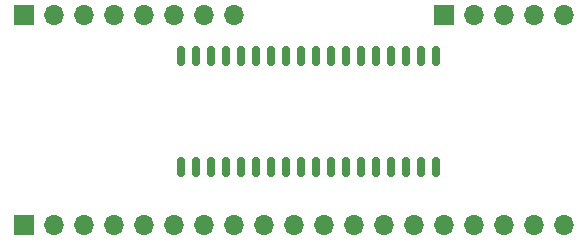
<source format=gbr>
%TF.GenerationSoftware,KiCad,Pcbnew,(6.0.0-0)*%
%TF.CreationDate,2022-07-06T04:59:44-04:00*%
%TF.ProjectId,RAM-Breakout,52414d2d-4272-4656-916b-6f75742e6b69,rev?*%
%TF.SameCoordinates,Original*%
%TF.FileFunction,Soldermask,Top*%
%TF.FilePolarity,Negative*%
%FSLAX46Y46*%
G04 Gerber Fmt 4.6, Leading zero omitted, Abs format (unit mm)*
G04 Created by KiCad (PCBNEW (6.0.0-0)) date 2022-07-06 04:59:44*
%MOMM*%
%LPD*%
G01*
G04 APERTURE LIST*
G04 Aperture macros list*
%AMRoundRect*
0 Rectangle with rounded corners*
0 $1 Rounding radius*
0 $2 $3 $4 $5 $6 $7 $8 $9 X,Y pos of 4 corners*
0 Add a 4 corners polygon primitive as box body*
4,1,4,$2,$3,$4,$5,$6,$7,$8,$9,$2,$3,0*
0 Add four circle primitives for the rounded corners*
1,1,$1+$1,$2,$3*
1,1,$1+$1,$4,$5*
1,1,$1+$1,$6,$7*
1,1,$1+$1,$8,$9*
0 Add four rect primitives between the rounded corners*
20,1,$1+$1,$2,$3,$4,$5,0*
20,1,$1+$1,$4,$5,$6,$7,0*
20,1,$1+$1,$6,$7,$8,$9,0*
20,1,$1+$1,$8,$9,$2,$3,0*%
G04 Aperture macros list end*
%ADD10R,1.700000X1.700000*%
%ADD11O,1.700000X1.700000*%
%ADD12RoundRect,0.150000X0.150000X-0.700000X0.150000X0.700000X-0.150000X0.700000X-0.150000X-0.700000X0*%
G04 APERTURE END LIST*
D10*
%TO.C,J3*%
X118887000Y-106680000D03*
D11*
X121427000Y-106680000D03*
X123967000Y-106680000D03*
X126507000Y-106680000D03*
X129047000Y-106680000D03*
X131587000Y-106680000D03*
X134127000Y-106680000D03*
X136667000Y-106680000D03*
%TD*%
D10*
%TO.C,J2*%
X154437000Y-106680000D03*
D11*
X156977000Y-106680000D03*
X159517000Y-106680000D03*
X162057000Y-106680000D03*
X164597000Y-106680000D03*
%TD*%
D10*
%TO.C,J1*%
X118882000Y-124460000D03*
D11*
X121422000Y-124460000D03*
X123962000Y-124460000D03*
X126502000Y-124460000D03*
X129042000Y-124460000D03*
X131582000Y-124460000D03*
X134122000Y-124460000D03*
X136662000Y-124460000D03*
X139202000Y-124460000D03*
X141742000Y-124460000D03*
X144282000Y-124460000D03*
X146822000Y-124460000D03*
X149362000Y-124460000D03*
X151902000Y-124460000D03*
X154442000Y-124460000D03*
X156982000Y-124460000D03*
X159522000Y-124460000D03*
X162062000Y-124460000D03*
X164602000Y-124460000D03*
%TD*%
D12*
%TO.C,U1*%
X132207000Y-119508000D03*
X133477000Y-119508000D03*
X134747000Y-119508000D03*
X136017000Y-119508000D03*
X137287000Y-119508000D03*
X138557000Y-119508000D03*
X139827000Y-119508000D03*
X141097000Y-119508000D03*
X142367000Y-119508000D03*
X143637000Y-119508000D03*
X144907000Y-119508000D03*
X146177000Y-119508000D03*
X147447000Y-119508000D03*
X148717000Y-119508000D03*
X149987000Y-119508000D03*
X151257000Y-119508000D03*
X152527000Y-119508000D03*
X153797000Y-119508000D03*
X153797000Y-110108000D03*
X152527000Y-110108000D03*
X151257000Y-110108000D03*
X149987000Y-110108000D03*
X148717000Y-110108000D03*
X147447000Y-110108000D03*
X146177000Y-110108000D03*
X144907000Y-110108000D03*
X143637000Y-110108000D03*
X142367000Y-110108000D03*
X141097000Y-110108000D03*
X139827000Y-110108000D03*
X138557000Y-110108000D03*
X137287000Y-110108000D03*
X136017000Y-110108000D03*
X134747000Y-110108000D03*
X133477000Y-110108000D03*
X132207000Y-110108000D03*
%TD*%
M02*

</source>
